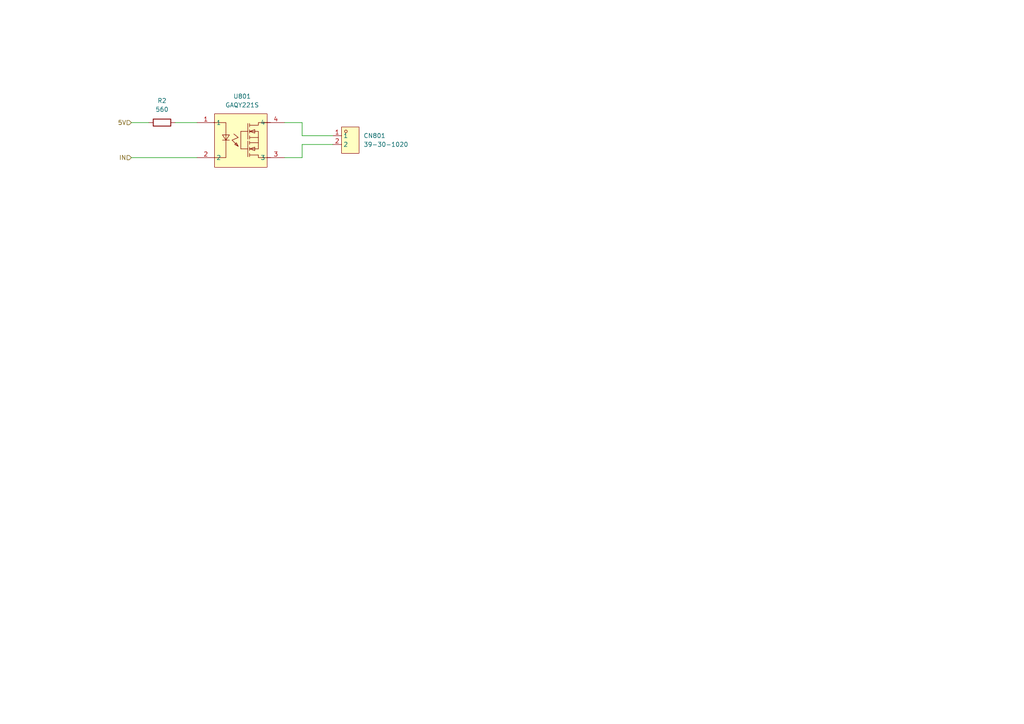
<source format=kicad_sch>
(kicad_sch (version 20250114) (generator "eeschema") (generator_version "9.0")
  (paper "A4")
  (lib_symbols
    (symbol "Device:R" (pin_numbers (hide yes)) (pin_names (offset 0))
      (property "Reference" "R" (at 2.032 0 90))
      (property "Value" "R" (at 0 0 90))
      (symbol "R_0_1"
        (rectangle (start -1.016 -2.54) (end 1.016 2.54) (stroke (width 0.254)))
      )
      (symbol "R_1_1"
        (pin passive line (at 0 3.81 270) (length 1.27) (name "~") (number "1"))
        (pin passive line (at 0 -3.81 90) (length 1.27) (name "~") (number "2"))
      )
    )
    (symbol "easyeda2kicad:39-30-1020"
      (property "Reference" "CN" (at 0 6.35 0))
      (property "Value" "39-30-1020" (at 0 -6.35 0))
      (symbol "39-30-1020_0_1"
        (rectangle (start -3.81 3.81) (end 1.27 -3.81) (fill (type background)))
        (circle (center 0 -2.54) (radius 0.38))
        (pin unspecified line (at 3.81 1.27 180) (length 2.54) (name "2") (number "2"))
        (pin unspecified line (at 3.81 -1.27 180) (length 2.54) (name "1") (number "1"))
      )
    )
    (symbol "easyeda2kicad:GAQY221S"
      (property "Reference" "U" (at 0 10.16 0))
      (property "Value" "GAQY221S" (at 0 -10.16 0))
      (symbol "GAQY221S_0_1"
        (polyline (pts (xy -7.87 5.08) (xy -4.32 5.08) (xy -4.32 -5.08) (xy -7.62 -5.08)))
        (rectangle (start -7.62 7.62) (end 7.62 -7.87) (fill (type background)))
        (polyline (pts (xy -5.33 1.52) (xy -3.3 1.52) (xy -4.32 0) (xy -5.33 1.52) (xy -5.33 1.52)) (fill (type background)))
        (polyline (pts (xy -5.33 0) (xy -3.3 0)))
        (polyline (pts (xy -2.54 0) (xy -0.76 -1.78)))
        (polyline (pts (xy -2.54 0) (xy -0.76 0.76) (xy -2.03 1.78) (xy -2.03 1.78)))
        (polyline (pts (xy -0.76 -1.78) (xy -1.27 -0.76) (xy -1.78 -1.27) (xy -0.76 -1.78)) (fill (type background)))
        (polyline (pts (xy 0 2.54) (xy 2.03 2.54)))
        (polyline (pts (xy 0 -2.54) (xy 0 2.54)))
        (polyline (pts (xy 0 -2.54) (xy 2.03 -2.54)))
        (polyline (pts (xy 2.03 4.83) (xy 2.03 0.25)))
        (polyline (pts (xy 2.03 -0.25) (xy 2.03 -4.83)))
        (polyline (pts (xy 2.54 4.83) (xy 2.54 3.81)))
        (polyline (pts (xy 2.54 4.32) (xy 5.08 4.32) (xy 5.08 5.08) (xy 6.35 5.08) (xy 7.62 5.08)))
        (polyline (pts (xy 2.54 2.54) (xy 4.06 2.03) (xy 4.06 3.05) (xy 2.54 2.54)) (fill (type background)))
        (polyline (pts (xy 2.54 2.54) (xy 5.08 2.54) (xy 5.08 1.27) (xy 5.08 0) (xy 5.08 0) (xy 5.08 0)))
        (polyline (pts (xy 2.54 2.03) (xy 2.54 3.05)))
        (polyline (pts (xy 2.54 0.25) (xy 2.54 1.27)))
        (polyline (pts (xy 2.54 -0.25) (xy 2.54 -1.27)))
        (polyline (pts (xy 2.54 -2.54) (xy 4.06 -3.05) (xy 4.06 -2.03) (xy 2.54 -2.54)) (fill (type background)))
        (polyline (pts (xy 2.54 -3.05) (xy 2.54 -2.03)))
        (polyline (pts (xy 2.54 -4.83) (xy 2.54 -3.81)))
        (polyline (pts (xy 5.08 0.76) (xy 2.54 0.76)))
        (polyline (pts (xy 5.08 -0.76) (xy 2.54 -0.76)))
        (polyline (pts (xy 5.08 -2.54) (xy 5.08 0)))
        (polyline (pts (xy 5.08 -2.54) (xy 4.57 -2.54) (xy 3.56 -2.54) (xy 3.05 -2.54)))
        (polyline (pts (xy 5.08 -4.32) (xy 2.54 -4.32)))
        (polyline (pts (xy 5.08 -4.32) (xy 5.08 -4.83) (xy 5.08 -5.08) (xy 6.6 -5.08)))
        (polyline (pts (xy 6.6 5.08) (xy 8.64 5.08)))
        (polyline (pts (xy 6.6 -5.08) (xy 8.64 -5.08)))
        (pin unspecified line (at -12.7 5.08 0) (length 5.08) (name "1") (number "1"))
        (pin unspecified line (at -12.7 -5.08 0) (length 5.08) (name "2") (number "2"))
        (pin unspecified line (at 12.7 5.08 180) (length 5.08) (name "4") (number "4"))
        (pin unspecified line (at 12.7 -5.08 180) (length 5.08) (name "3") (number "3"))
      )
    )
  )
  (wire (pts (xy 96.52 39.37) (xy 87.63 39.37)))
  (wire (pts (xy 82.55 45.72) (xy 87.63 45.72)))
  (wire (pts (xy 50.8 35.56) (xy 57.15 35.56)))
  (wire (pts (xy 87.63 35.56) (xy 82.55 35.56)))
  (wire (pts (xy 87.63 41.91) (xy 87.63 45.72)))
  (wire (pts (xy 87.63 39.37) (xy 87.63 35.56)))
  (wire (pts (xy 38.1 35.56) (xy 43.18 35.56)))
  (wire (pts (xy 38.1 45.72) (xy 57.15 45.72)))
  (wire (pts (xy 96.52 41.91) (xy 87.63 41.91)))
  (hierarchical_label "IN" (shape input) (at 38.1 45.72 180))
  (hierarchical_label "5V" (shape input) (at 38.1 35.56 180))
  (symbol (lib_id "Device:R") (at 46.99 35.56 90) (unit 1)
    (property "Reference" "R2" (at 46.99 29.21 90))
    (property "Value" "560" (at 46.99 31.75 90))
    (property "Footprint" "Resistor_SMD:R_0603_1608Metric" (effects (hide yes)))
    (property "Description" "Resistor" (effects (hide yes)))
    (instances (project "" (path "" (reference "R2") (unit 1)) (path "" (reference "R3") (unit 1)) (path "" (reference "R4") (unit 1)) (path "" (reference "R5") (unit 1))))
  )
  (symbol (lib_id "easyeda2kicad:39-30-1020") (at 100.33 40.64 180) (unit 1)
    (property "Reference" "CN801" (at 105.41 39.3699 0) (effects (justify right)))
    (property "Value" "39-30-1020" (at 105.41 41.9099 0) (effects (justify right)))
    (property "Footprint" "easyeda2kicad:CONN-TH_2P-P5.50_39-30-1020" (effects (hide yes)))
    (property "Datasheet" "https://lcsc.com/product-detail/Others_MOLEX_39-30-1020_MOLEX-39-30-1020_C240832.html" (effects (hide yes)))
    (property "LCSC Part" "C240832" (effects (hide yes)))
    (instances (project "windows" (path "" (reference "CN801") (unit 1)) (path "" (reference "CN901") (unit 1)) (path "" (reference "CN1001") (unit 1)) (path "" (reference "CN1101") (unit 1))))
  )
  (symbol (lib_id "easyeda2kicad:GAQY221S") (at 69.85 40.64 0) (unit 1)
    (property "Reference" "U801" (at 70.235 27.94 0))
    (property "Value" "GAQY221S" (at 70.235 30.48 0))
    (property "Footprint" "easyeda2kicad:SOP-4_L4.3-W4.4-P2.54-LS7.0-BL" (effects (hide yes)))
    (property "LCSC Part" "C7435105" (effects (hide yes)))
    (instances (project "windows" (path "" (reference "U801") (unit 1)) (path "" (reference "U901") (unit 1)) (path "" (reference "U1001") (unit 1)) (path "" (reference "U1101") (unit 1))))
  )
)
</source>
